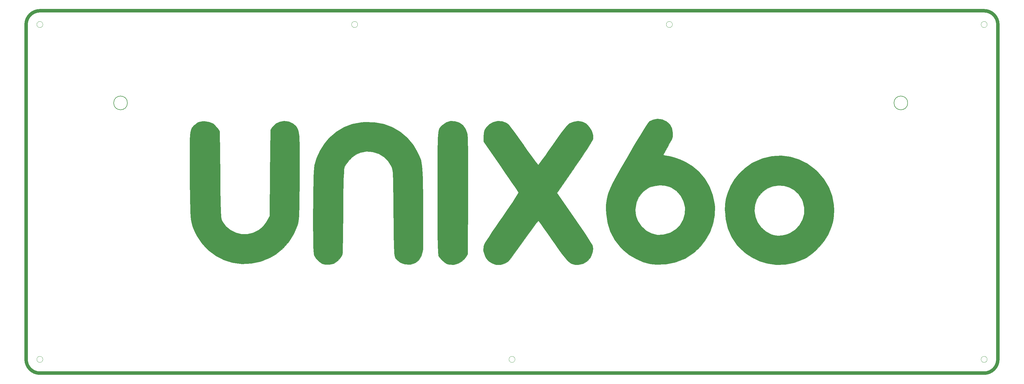
<source format=gtl>
G04 #@! TF.GenerationSoftware,KiCad,Pcbnew,5.1.10-88a1d61d58~90~ubuntu21.04.1*
G04 #@! TF.CreationDate,2021-09-17T14:10:14+02:00*
G04 #@! TF.ProjectId,unix60case,756e6978-3630-4636-9173-652e6b696361,rev?*
G04 #@! TF.SameCoordinates,Original*
G04 #@! TF.FileFunction,Copper,L1,Top*
G04 #@! TF.FilePolarity,Positive*
%FSLAX46Y46*%
G04 Gerber Fmt 4.6, Leading zero omitted, Abs format (unit mm)*
G04 Created by KiCad (PCBNEW 5.1.10-88a1d61d58~90~ubuntu21.04.1) date 2021-09-17 14:10:14*
%MOMM*%
%LPD*%
G01*
G04 APERTURE LIST*
G04 #@! TA.AperFunction,NonConductor*
%ADD10C,1.000000*%
G04 #@! TD*
G04 #@! TA.AperFunction,Profile*
%ADD11C,0.150000*%
G04 #@! TD*
G04 #@! TA.AperFunction,Profile*
%ADD12C,0.200000*%
G04 #@! TD*
G04 #@! TA.AperFunction,Profile*
%ADD13C,0.050000*%
G04 #@! TD*
G04 #@! TA.AperFunction,EtchedComponent*
%ADD14C,0.010000*%
G04 #@! TD*
G04 APERTURE END LIST*
D10*
X364466250Y-170307000D02*
G75*
G02*
X360203750Y-174569500I-4262500J0D01*
G01*
X360203750Y-174569500D02*
X64928750Y-174569500D01*
X364466250Y-65532000D02*
X364466250Y-170307000D01*
X60666250Y-170307000D02*
X60666250Y-65532000D01*
X64928750Y-61269500D02*
X360203750Y-61269500D01*
X60666250Y-65532000D02*
G75*
G02*
X64928750Y-61269500I4262500J0D01*
G01*
X64928750Y-174569500D02*
G75*
G02*
X60666250Y-170307000I0J4262500D01*
G01*
X360203750Y-61269500D02*
G75*
G02*
X364466250Y-65532000I0J-4262500D01*
G01*
D11*
X64928750Y-60769500D02*
X360203750Y-60769500D01*
D12*
X336314500Y-90066500D02*
G75*
G03*
X336314500Y-90066500I-2150000J0D01*
G01*
X92314500Y-90066500D02*
G75*
G03*
X92314500Y-90066500I-2150000J0D01*
G01*
D11*
X60166250Y-170307000D02*
X60166250Y-65532000D01*
X360203750Y-175069500D02*
X64928750Y-175069500D01*
D13*
X213518850Y-170307000D02*
G75*
G03*
X213518850Y-170307000I-950000J0D01*
G01*
X65878750Y-65532000D02*
G75*
G03*
X65878750Y-65532000I-950000J0D01*
G01*
X65878750Y-170307000D02*
G75*
G03*
X65878750Y-170307000I-950000J0D01*
G01*
D11*
X364966250Y-170307000D02*
G75*
G02*
X360203750Y-175069500I-4762500J0D01*
G01*
X64928750Y-175069500D02*
G75*
G02*
X60166250Y-170307000I0J4762500D01*
G01*
X60166250Y-65532000D02*
G75*
G02*
X64928750Y-60769500I4762500J0D01*
G01*
D13*
X361153750Y-170307000D02*
G75*
G03*
X361153750Y-170307000I-950000J0D01*
G01*
X361153750Y-65532000D02*
G75*
G03*
X361153750Y-65532000I-950000J0D01*
G01*
X164307150Y-65532000D02*
G75*
G03*
X164307150Y-65532000I-950000J0D01*
G01*
D11*
X360203750Y-60769500D02*
G75*
G02*
X364966250Y-65532000I0J-4762500D01*
G01*
X364966250Y-65532000D02*
X364966250Y-170307000D01*
D13*
X262730450Y-65532000D02*
G75*
G03*
X262730450Y-65532000I-950000J0D01*
G01*
D14*
G36*
X169559201Y-96108240D02*
G01*
X172436620Y-96666000D01*
X175134143Y-97679465D01*
X177601681Y-99120141D01*
X179789147Y-100959534D01*
X181646453Y-103169152D01*
X182951428Y-105363788D01*
X183315687Y-106104305D01*
X183622111Y-106770653D01*
X183876143Y-107415439D01*
X184083231Y-108091275D01*
X184248818Y-108850768D01*
X184378352Y-109746528D01*
X184477277Y-110831165D01*
X184551039Y-112157288D01*
X184605084Y-113777505D01*
X184644857Y-115744427D01*
X184675804Y-118110662D01*
X184703371Y-120928820D01*
X184716646Y-122417416D01*
X184735677Y-124998528D01*
X184746510Y-127459327D01*
X184749399Y-129740651D01*
X184744598Y-131783338D01*
X184732361Y-133528228D01*
X184712942Y-134916157D01*
X184686594Y-135887964D01*
X184656806Y-136360835D01*
X184238698Y-137956820D01*
X183446361Y-139214813D01*
X182319106Y-140094742D01*
X180896241Y-140556533D01*
X180496493Y-140602136D01*
X179014424Y-140485793D01*
X177627753Y-139958987D01*
X176495615Y-139090842D01*
X176201531Y-138736496D01*
X176079158Y-138553410D01*
X175975982Y-138337676D01*
X175889834Y-138043938D01*
X175818545Y-137626840D01*
X175759945Y-137041025D01*
X175711866Y-136241137D01*
X175672139Y-135181821D01*
X175638594Y-133817720D01*
X175609063Y-132103478D01*
X175581375Y-129993738D01*
X175553363Y-127443146D01*
X175524583Y-124581287D01*
X175494497Y-121574214D01*
X175467059Y-119049083D01*
X175439894Y-116958693D01*
X175410628Y-115255842D01*
X175376884Y-113893331D01*
X175336290Y-112823958D01*
X175286469Y-112000522D01*
X175225048Y-111375823D01*
X175149651Y-110902659D01*
X175057904Y-110533829D01*
X174947432Y-110222132D01*
X174815861Y-109920368D01*
X174783426Y-109849708D01*
X173807789Y-108223887D01*
X172506133Y-106947283D01*
X170894374Y-105981295D01*
X168988631Y-105353430D01*
X166984233Y-105226715D01*
X164964778Y-105605511D01*
X164789945Y-105662914D01*
X163711962Y-106209546D01*
X162564669Y-107079869D01*
X161491647Y-108135095D01*
X160636474Y-109236435D01*
X160184864Y-110114291D01*
X160094372Y-110468802D01*
X160017163Y-111008035D01*
X159951848Y-111774246D01*
X159897041Y-112809692D01*
X159851353Y-114156629D01*
X159813397Y-115857314D01*
X159781786Y-117954002D01*
X159755132Y-120488950D01*
X159732048Y-123504414D01*
X159728781Y-124004916D01*
X159709660Y-126578957D01*
X159686564Y-129004762D01*
X159660365Y-131228299D01*
X159631936Y-133195540D01*
X159602149Y-134852453D01*
X159571878Y-136145008D01*
X159541994Y-137019175D01*
X159513371Y-137420924D01*
X159511982Y-137427668D01*
X159166775Y-138154156D01*
X158517398Y-138980025D01*
X157717945Y-139740055D01*
X156922507Y-140269029D01*
X156817944Y-140316202D01*
X155523275Y-140624069D01*
X154139519Y-140579696D01*
X153167291Y-140298657D01*
X152165395Y-139643650D01*
X151265609Y-138700477D01*
X150671722Y-137682890D01*
X150670582Y-137679879D01*
X150590610Y-137197363D01*
X150523271Y-136249416D01*
X150468305Y-134899616D01*
X150425454Y-133211541D01*
X150394460Y-131248771D01*
X150375064Y-129074882D01*
X150367008Y-126753454D01*
X150370033Y-124348065D01*
X150383881Y-121922293D01*
X150408293Y-119539716D01*
X150443011Y-117263914D01*
X150487776Y-115158464D01*
X150542330Y-113286945D01*
X150606413Y-111712935D01*
X150679769Y-110500012D01*
X150762138Y-109711755D01*
X150784808Y-109585124D01*
X151473100Y-107283330D01*
X152541428Y-104962483D01*
X153891791Y-102805109D01*
X155364872Y-101054879D01*
X157613413Y-99106730D01*
X160009869Y-97652311D01*
X162609906Y-96666641D01*
X165469195Y-96124738D01*
X166551972Y-96034677D01*
X169559201Y-96108240D01*
G37*
X169559201Y-96108240D02*
X172436620Y-96666000D01*
X175134143Y-97679465D01*
X177601681Y-99120141D01*
X179789147Y-100959534D01*
X181646453Y-103169152D01*
X182951428Y-105363788D01*
X183315687Y-106104305D01*
X183622111Y-106770653D01*
X183876143Y-107415439D01*
X184083231Y-108091275D01*
X184248818Y-108850768D01*
X184378352Y-109746528D01*
X184477277Y-110831165D01*
X184551039Y-112157288D01*
X184605084Y-113777505D01*
X184644857Y-115744427D01*
X184675804Y-118110662D01*
X184703371Y-120928820D01*
X184716646Y-122417416D01*
X184735677Y-124998528D01*
X184746510Y-127459327D01*
X184749399Y-129740651D01*
X184744598Y-131783338D01*
X184732361Y-133528228D01*
X184712942Y-134916157D01*
X184686594Y-135887964D01*
X184656806Y-136360835D01*
X184238698Y-137956820D01*
X183446361Y-139214813D01*
X182319106Y-140094742D01*
X180896241Y-140556533D01*
X180496493Y-140602136D01*
X179014424Y-140485793D01*
X177627753Y-139958987D01*
X176495615Y-139090842D01*
X176201531Y-138736496D01*
X176079158Y-138553410D01*
X175975982Y-138337676D01*
X175889834Y-138043938D01*
X175818545Y-137626840D01*
X175759945Y-137041025D01*
X175711866Y-136241137D01*
X175672139Y-135181821D01*
X175638594Y-133817720D01*
X175609063Y-132103478D01*
X175581375Y-129993738D01*
X175553363Y-127443146D01*
X175524583Y-124581287D01*
X175494497Y-121574214D01*
X175467059Y-119049083D01*
X175439894Y-116958693D01*
X175410628Y-115255842D01*
X175376884Y-113893331D01*
X175336290Y-112823958D01*
X175286469Y-112000522D01*
X175225048Y-111375823D01*
X175149651Y-110902659D01*
X175057904Y-110533829D01*
X174947432Y-110222132D01*
X174815861Y-109920368D01*
X174783426Y-109849708D01*
X173807789Y-108223887D01*
X172506133Y-106947283D01*
X170894374Y-105981295D01*
X168988631Y-105353430D01*
X166984233Y-105226715D01*
X164964778Y-105605511D01*
X164789945Y-105662914D01*
X163711962Y-106209546D01*
X162564669Y-107079869D01*
X161491647Y-108135095D01*
X160636474Y-109236435D01*
X160184864Y-110114291D01*
X160094372Y-110468802D01*
X160017163Y-111008035D01*
X159951848Y-111774246D01*
X159897041Y-112809692D01*
X159851353Y-114156629D01*
X159813397Y-115857314D01*
X159781786Y-117954002D01*
X159755132Y-120488950D01*
X159732048Y-123504414D01*
X159728781Y-124004916D01*
X159709660Y-126578957D01*
X159686564Y-129004762D01*
X159660365Y-131228299D01*
X159631936Y-133195540D01*
X159602149Y-134852453D01*
X159571878Y-136145008D01*
X159541994Y-137019175D01*
X159513371Y-137420924D01*
X159511982Y-137427668D01*
X159166775Y-138154156D01*
X158517398Y-138980025D01*
X157717945Y-139740055D01*
X156922507Y-140269029D01*
X156817944Y-140316202D01*
X155523275Y-140624069D01*
X154139519Y-140579696D01*
X153167291Y-140298657D01*
X152165395Y-139643650D01*
X151265609Y-138700477D01*
X150671722Y-137682890D01*
X150670582Y-137679879D01*
X150590610Y-137197363D01*
X150523271Y-136249416D01*
X150468305Y-134899616D01*
X150425454Y-133211541D01*
X150394460Y-131248771D01*
X150375064Y-129074882D01*
X150367008Y-126753454D01*
X150370033Y-124348065D01*
X150383881Y-121922293D01*
X150408293Y-119539716D01*
X150443011Y-117263914D01*
X150487776Y-115158464D01*
X150542330Y-113286945D01*
X150606413Y-111712935D01*
X150679769Y-110500012D01*
X150762138Y-109711755D01*
X150784808Y-109585124D01*
X151473100Y-107283330D01*
X152541428Y-104962483D01*
X153891791Y-102805109D01*
X155364872Y-101054879D01*
X157613413Y-99106730D01*
X160009869Y-97652311D01*
X162609906Y-96666641D01*
X165469195Y-96124738D01*
X166551972Y-96034677D01*
X169559201Y-96108240D01*
G36*
X194733880Y-95766809D02*
G01*
X196030916Y-96200912D01*
X197163772Y-97001872D01*
X198040153Y-98139440D01*
X198553493Y-99515397D01*
X198618029Y-100054930D01*
X198671576Y-101034680D01*
X198714257Y-102466435D01*
X198746197Y-104361986D01*
X198767520Y-106733122D01*
X198778349Y-109591630D01*
X198778809Y-112949301D01*
X198769024Y-116817924D01*
X198759585Y-119110125D01*
X198675625Y-137366375D01*
X198057286Y-138360903D01*
X197086706Y-139464660D01*
X195824371Y-140235778D01*
X194403999Y-140628279D01*
X192959308Y-140596186D01*
X192193333Y-140377140D01*
X191320696Y-139851233D01*
X190435570Y-139037674D01*
X189743419Y-138131007D01*
X189656170Y-137974826D01*
X189583226Y-137763132D01*
X189520076Y-137403690D01*
X189466065Y-136861704D01*
X189420537Y-136102376D01*
X189382834Y-135090908D01*
X189352301Y-133792502D01*
X189328282Y-132172361D01*
X189310120Y-130195688D01*
X189297159Y-127827684D01*
X189288742Y-125033553D01*
X189284214Y-121778496D01*
X189282916Y-118184083D01*
X189282490Y-114480209D01*
X189282978Y-111267940D01*
X189287032Y-108509718D01*
X189297303Y-106167983D01*
X189316444Y-104205177D01*
X189347105Y-102583741D01*
X189391938Y-101266116D01*
X189453594Y-100214744D01*
X189534724Y-99392065D01*
X189637981Y-98760521D01*
X189766015Y-98282554D01*
X189921479Y-97920604D01*
X190107023Y-97637112D01*
X190325299Y-97394521D01*
X190578958Y-97155270D01*
X190780649Y-96968103D01*
X192016451Y-96120157D01*
X193364959Y-95729808D01*
X194733880Y-95766809D01*
G37*
X194733880Y-95766809D02*
X196030916Y-96200912D01*
X197163772Y-97001872D01*
X198040153Y-98139440D01*
X198553493Y-99515397D01*
X198618029Y-100054930D01*
X198671576Y-101034680D01*
X198714257Y-102466435D01*
X198746197Y-104361986D01*
X198767520Y-106733122D01*
X198778349Y-109591630D01*
X198778809Y-112949301D01*
X198769024Y-116817924D01*
X198759585Y-119110125D01*
X198675625Y-137366375D01*
X198057286Y-138360903D01*
X197086706Y-139464660D01*
X195824371Y-140235778D01*
X194403999Y-140628279D01*
X192959308Y-140596186D01*
X192193333Y-140377140D01*
X191320696Y-139851233D01*
X190435570Y-139037674D01*
X189743419Y-138131007D01*
X189656170Y-137974826D01*
X189583226Y-137763132D01*
X189520076Y-137403690D01*
X189466065Y-136861704D01*
X189420537Y-136102376D01*
X189382834Y-135090908D01*
X189352301Y-133792502D01*
X189328282Y-132172361D01*
X189310120Y-130195688D01*
X189297159Y-127827684D01*
X189288742Y-125033553D01*
X189284214Y-121778496D01*
X189282916Y-118184083D01*
X189282490Y-114480209D01*
X189282978Y-111267940D01*
X189287032Y-108509718D01*
X189297303Y-106167983D01*
X189316444Y-104205177D01*
X189347105Y-102583741D01*
X189391938Y-101266116D01*
X189453594Y-100214744D01*
X189534724Y-99392065D01*
X189637981Y-98760521D01*
X189766015Y-98282554D01*
X189921479Y-97920604D01*
X190107023Y-97637112D01*
X190325299Y-97394521D01*
X190578958Y-97155270D01*
X190780649Y-96968103D01*
X192016451Y-96120157D01*
X193364959Y-95729808D01*
X194733880Y-95766809D01*
G36*
X209474434Y-95809067D02*
G01*
X210777243Y-96318717D01*
X211467544Y-96836603D01*
X211780232Y-97201020D01*
X212348833Y-97937446D01*
X213127331Y-98983314D01*
X214069709Y-100276058D01*
X215129951Y-101753110D01*
X216262040Y-103351904D01*
X216319455Y-103433562D01*
X217427619Y-104999979D01*
X218442136Y-106414590D01*
X219322267Y-107622144D01*
X220027274Y-108567387D01*
X220516419Y-109195064D01*
X220748963Y-109449923D01*
X220757470Y-109452833D01*
X220955426Y-109243622D01*
X221412532Y-108652511D01*
X222089063Y-107734282D01*
X222945293Y-106543717D01*
X223941497Y-105135596D01*
X225037949Y-103564703D01*
X225265662Y-103235974D01*
X226798861Y-101045917D01*
X228065972Y-99293666D01*
X229077320Y-97965794D01*
X229843230Y-97048874D01*
X230374028Y-96529478D01*
X230480778Y-96454163D01*
X231764184Y-95923298D01*
X233207110Y-95737998D01*
X234565261Y-95928505D01*
X234610130Y-95942968D01*
X235738377Y-96563831D01*
X236712687Y-97555606D01*
X237447702Y-98777174D01*
X237858059Y-100087416D01*
X237863085Y-101320830D01*
X237655646Y-101812591D01*
X237149117Y-102707499D01*
X236358174Y-103982591D01*
X235297491Y-105614904D01*
X233981741Y-107581474D01*
X232425599Y-109859339D01*
X232168291Y-110232327D01*
X226645129Y-118228949D01*
X232002356Y-125945578D01*
X233263725Y-127777342D01*
X234438097Y-129511190D01*
X235488143Y-131089836D01*
X236376530Y-132455992D01*
X237065929Y-133552373D01*
X237519010Y-134321692D01*
X237689613Y-134673114D01*
X237879777Y-135562842D01*
X237809477Y-136474597D01*
X237713718Y-136898958D01*
X237096003Y-138406100D01*
X236121584Y-139569269D01*
X234852885Y-140337784D01*
X233352332Y-140660963D01*
X233071458Y-140667958D01*
X232351779Y-140642216D01*
X231717873Y-140539471D01*
X231124319Y-140316165D01*
X230525698Y-139928735D01*
X229876590Y-139333620D01*
X229131576Y-138487260D01*
X228245237Y-137346095D01*
X227172152Y-135866563D01*
X225866902Y-134005103D01*
X225355336Y-133267610D01*
X224240497Y-131666851D01*
X223216340Y-130213398D01*
X222323053Y-128962931D01*
X221600827Y-127971127D01*
X221089852Y-127293665D01*
X220830316Y-126986223D01*
X220812640Y-126974199D01*
X220604352Y-127161167D01*
X220135705Y-127728823D01*
X219447620Y-128622832D01*
X218581017Y-129788854D01*
X217576815Y-131172553D01*
X216475937Y-132719590D01*
X216331884Y-132924141D01*
X215195731Y-134528541D01*
X214129161Y-136014347D01*
X213178159Y-137319080D01*
X212388712Y-138380266D01*
X211806804Y-139135427D01*
X211478422Y-139522088D01*
X211468479Y-139531562D01*
X210340835Y-140253570D01*
X208987097Y-140630896D01*
X207589987Y-140637655D01*
X206349131Y-140256841D01*
X205255953Y-139553947D01*
X204499614Y-138695596D01*
X204068026Y-137895541D01*
X203626545Y-136392113D01*
X203708935Y-134927563D01*
X203948494Y-134195552D01*
X204187163Y-133766946D01*
X204692133Y-132963344D01*
X205424998Y-131842379D01*
X206347348Y-130461687D01*
X207420774Y-128878900D01*
X208606869Y-127151652D01*
X209519894Y-125835385D01*
X210738357Y-124072304D01*
X211848159Y-122439600D01*
X212815327Y-120989355D01*
X213605884Y-119773655D01*
X214185856Y-118844583D01*
X214521269Y-118254225D01*
X214590906Y-118061355D01*
X214416640Y-117776606D01*
X213975398Y-117108527D01*
X213302046Y-116108425D01*
X212431447Y-114827608D01*
X211398466Y-113317383D01*
X210237967Y-111629057D01*
X209085652Y-109959707D01*
X203702708Y-102176791D01*
X203702708Y-100569969D01*
X203756430Y-99506270D01*
X203964488Y-98707061D01*
X204397218Y-97914373D01*
X204447811Y-97837219D01*
X205447591Y-96752837D01*
X206695016Y-96042462D01*
X208075494Y-95722427D01*
X209474434Y-95809067D01*
G37*
X209474434Y-95809067D02*
X210777243Y-96318717D01*
X211467544Y-96836603D01*
X211780232Y-97201020D01*
X212348833Y-97937446D01*
X213127331Y-98983314D01*
X214069709Y-100276058D01*
X215129951Y-101753110D01*
X216262040Y-103351904D01*
X216319455Y-103433562D01*
X217427619Y-104999979D01*
X218442136Y-106414590D01*
X219322267Y-107622144D01*
X220027274Y-108567387D01*
X220516419Y-109195064D01*
X220748963Y-109449923D01*
X220757470Y-109452833D01*
X220955426Y-109243622D01*
X221412532Y-108652511D01*
X222089063Y-107734282D01*
X222945293Y-106543717D01*
X223941497Y-105135596D01*
X225037949Y-103564703D01*
X225265662Y-103235974D01*
X226798861Y-101045917D01*
X228065972Y-99293666D01*
X229077320Y-97965794D01*
X229843230Y-97048874D01*
X230374028Y-96529478D01*
X230480778Y-96454163D01*
X231764184Y-95923298D01*
X233207110Y-95737998D01*
X234565261Y-95928505D01*
X234610130Y-95942968D01*
X235738377Y-96563831D01*
X236712687Y-97555606D01*
X237447702Y-98777174D01*
X237858059Y-100087416D01*
X237863085Y-101320830D01*
X237655646Y-101812591D01*
X237149117Y-102707499D01*
X236358174Y-103982591D01*
X235297491Y-105614904D01*
X233981741Y-107581474D01*
X232425599Y-109859339D01*
X232168291Y-110232327D01*
X226645129Y-118228949D01*
X232002356Y-125945578D01*
X233263725Y-127777342D01*
X234438097Y-129511190D01*
X235488143Y-131089836D01*
X236376530Y-132455992D01*
X237065929Y-133552373D01*
X237519010Y-134321692D01*
X237689613Y-134673114D01*
X237879777Y-135562842D01*
X237809477Y-136474597D01*
X237713718Y-136898958D01*
X237096003Y-138406100D01*
X236121584Y-139569269D01*
X234852885Y-140337784D01*
X233352332Y-140660963D01*
X233071458Y-140667958D01*
X232351779Y-140642216D01*
X231717873Y-140539471D01*
X231124319Y-140316165D01*
X230525698Y-139928735D01*
X229876590Y-139333620D01*
X229131576Y-138487260D01*
X228245237Y-137346095D01*
X227172152Y-135866563D01*
X225866902Y-134005103D01*
X225355336Y-133267610D01*
X224240497Y-131666851D01*
X223216340Y-130213398D01*
X222323053Y-128962931D01*
X221600827Y-127971127D01*
X221089852Y-127293665D01*
X220830316Y-126986223D01*
X220812640Y-126974199D01*
X220604352Y-127161167D01*
X220135705Y-127728823D01*
X219447620Y-128622832D01*
X218581017Y-129788854D01*
X217576815Y-131172553D01*
X216475937Y-132719590D01*
X216331884Y-132924141D01*
X215195731Y-134528541D01*
X214129161Y-136014347D01*
X213178159Y-137319080D01*
X212388712Y-138380266D01*
X211806804Y-139135427D01*
X211478422Y-139522088D01*
X211468479Y-139531562D01*
X210340835Y-140253570D01*
X208987097Y-140630896D01*
X207589987Y-140637655D01*
X206349131Y-140256841D01*
X205255953Y-139553947D01*
X204499614Y-138695596D01*
X204068026Y-137895541D01*
X203626545Y-136392113D01*
X203708935Y-134927563D01*
X203948494Y-134195552D01*
X204187163Y-133766946D01*
X204692133Y-132963344D01*
X205424998Y-131842379D01*
X206347348Y-130461687D01*
X207420774Y-128878900D01*
X208606869Y-127151652D01*
X209519894Y-125835385D01*
X210738357Y-124072304D01*
X211848159Y-122439600D01*
X212815327Y-120989355D01*
X213605884Y-119773655D01*
X214185856Y-118844583D01*
X214521269Y-118254225D01*
X214590906Y-118061355D01*
X214416640Y-117776606D01*
X213975398Y-117108527D01*
X213302046Y-116108425D01*
X212431447Y-114827608D01*
X211398466Y-113317383D01*
X210237967Y-111629057D01*
X209085652Y-109959707D01*
X203702708Y-102176791D01*
X203702708Y-100569969D01*
X203756430Y-99506270D01*
X203964488Y-98707061D01*
X204397218Y-97914373D01*
X204447811Y-97837219D01*
X205447591Y-96752837D01*
X206695016Y-96042462D01*
X208075494Y-95722427D01*
X209474434Y-95809067D01*
G36*
X259495680Y-95227142D02*
G01*
X260752179Y-95755947D01*
X260948174Y-95891722D01*
X261949472Y-96841796D01*
X262529517Y-97945163D01*
X262769067Y-99328965D01*
X262795966Y-100022620D01*
X262745557Y-100600853D01*
X262575215Y-101192873D01*
X262242316Y-101927886D01*
X261704236Y-102935100D01*
X261397145Y-103487683D01*
X260812227Y-104552811D01*
X260337613Y-105450327D01*
X260025497Y-106079273D01*
X259926666Y-106331954D01*
X260155270Y-106485761D01*
X260654270Y-106545556D01*
X261873774Y-106698472D01*
X263383269Y-107112946D01*
X265047285Y-107735896D01*
X266730349Y-108514243D01*
X268296989Y-109394903D01*
X268850945Y-109757222D01*
X271015813Y-111557152D01*
X272843490Y-113725107D01*
X274295142Y-116192075D01*
X275331935Y-118889045D01*
X275915035Y-121747004D01*
X275981605Y-122429038D01*
X275936547Y-125168302D01*
X275407125Y-127884694D01*
X274435724Y-130504824D01*
X273064729Y-132955298D01*
X271336527Y-135162727D01*
X269293502Y-137053718D01*
X266978040Y-138554879D01*
X266541250Y-138775292D01*
X263629303Y-139907767D01*
X260664691Y-140513777D01*
X257645942Y-140593537D01*
X255730797Y-140376201D01*
X253575207Y-139807589D01*
X251352802Y-138848040D01*
X249222241Y-137585345D01*
X247342184Y-136107292D01*
X246506779Y-135272360D01*
X244658749Y-132897830D01*
X243307440Y-130370506D01*
X242433506Y-127643373D01*
X242017599Y-124669413D01*
X241998594Y-124316759D01*
X241992781Y-123497766D01*
X251101975Y-123497766D01*
X251139317Y-124592378D01*
X251316102Y-125497862D01*
X251694438Y-126472300D01*
X251943645Y-126995259D01*
X253044622Y-128680620D01*
X254456923Y-129979572D01*
X256106169Y-130865952D01*
X257917979Y-131313596D01*
X259817973Y-131296340D01*
X261731771Y-130788021D01*
X262175625Y-130594408D01*
X263800529Y-129561205D01*
X265118406Y-128181938D01*
X266075216Y-126550830D01*
X266616922Y-124762104D01*
X266689485Y-122909981D01*
X266672414Y-122753693D01*
X266182305Y-120742422D01*
X265254873Y-118984043D01*
X263933200Y-117534732D01*
X262260370Y-116450668D01*
X261630823Y-116179674D01*
X260269662Y-115863922D01*
X258681408Y-115806717D01*
X257072245Y-115992478D01*
X255648361Y-116405622D01*
X255103406Y-116672966D01*
X253445334Y-117928217D01*
X252207916Y-119483380D01*
X251418861Y-121291191D01*
X251105880Y-123304389D01*
X251101975Y-123497766D01*
X241992781Y-123497766D01*
X241982726Y-122081480D01*
X242182626Y-120160106D01*
X242632634Y-118369452D01*
X243367092Y-116526328D01*
X243520269Y-116199708D01*
X243999167Y-115249667D01*
X244672072Y-113989901D01*
X245504726Y-112478710D01*
X246462868Y-110774396D01*
X247512240Y-108935259D01*
X248618581Y-107019601D01*
X249747632Y-105085723D01*
X250865134Y-103191926D01*
X251936825Y-101396510D01*
X252928448Y-99757778D01*
X253805742Y-98334029D01*
X254534448Y-97183566D01*
X255080306Y-96364689D01*
X255409056Y-95935699D01*
X255449801Y-95898720D01*
X256668284Y-95298753D01*
X258075646Y-95074819D01*
X259495680Y-95227142D01*
G37*
X259495680Y-95227142D02*
X260752179Y-95755947D01*
X260948174Y-95891722D01*
X261949472Y-96841796D01*
X262529517Y-97945163D01*
X262769067Y-99328965D01*
X262795966Y-100022620D01*
X262745557Y-100600853D01*
X262575215Y-101192873D01*
X262242316Y-101927886D01*
X261704236Y-102935100D01*
X261397145Y-103487683D01*
X260812227Y-104552811D01*
X260337613Y-105450327D01*
X260025497Y-106079273D01*
X259926666Y-106331954D01*
X260155270Y-106485761D01*
X260654270Y-106545556D01*
X261873774Y-106698472D01*
X263383269Y-107112946D01*
X265047285Y-107735896D01*
X266730349Y-108514243D01*
X268296989Y-109394903D01*
X268850945Y-109757222D01*
X271015813Y-111557152D01*
X272843490Y-113725107D01*
X274295142Y-116192075D01*
X275331935Y-118889045D01*
X275915035Y-121747004D01*
X275981605Y-122429038D01*
X275936547Y-125168302D01*
X275407125Y-127884694D01*
X274435724Y-130504824D01*
X273064729Y-132955298D01*
X271336527Y-135162727D01*
X269293502Y-137053718D01*
X266978040Y-138554879D01*
X266541250Y-138775292D01*
X263629303Y-139907767D01*
X260664691Y-140513777D01*
X257645942Y-140593537D01*
X255730797Y-140376201D01*
X253575207Y-139807589D01*
X251352802Y-138848040D01*
X249222241Y-137585345D01*
X247342184Y-136107292D01*
X246506779Y-135272360D01*
X244658749Y-132897830D01*
X243307440Y-130370506D01*
X242433506Y-127643373D01*
X242017599Y-124669413D01*
X241998594Y-124316759D01*
X241992781Y-123497766D01*
X251101975Y-123497766D01*
X251139317Y-124592378D01*
X251316102Y-125497862D01*
X251694438Y-126472300D01*
X251943645Y-126995259D01*
X253044622Y-128680620D01*
X254456923Y-129979572D01*
X256106169Y-130865952D01*
X257917979Y-131313596D01*
X259817973Y-131296340D01*
X261731771Y-130788021D01*
X262175625Y-130594408D01*
X263800529Y-129561205D01*
X265118406Y-128181938D01*
X266075216Y-126550830D01*
X266616922Y-124762104D01*
X266689485Y-122909981D01*
X266672414Y-122753693D01*
X266182305Y-120742422D01*
X265254873Y-118984043D01*
X263933200Y-117534732D01*
X262260370Y-116450668D01*
X261630823Y-116179674D01*
X260269662Y-115863922D01*
X258681408Y-115806717D01*
X257072245Y-115992478D01*
X255648361Y-116405622D01*
X255103406Y-116672966D01*
X253445334Y-117928217D01*
X252207916Y-119483380D01*
X251418861Y-121291191D01*
X251105880Y-123304389D01*
X251101975Y-123497766D01*
X241992781Y-123497766D01*
X241982726Y-122081480D01*
X242182626Y-120160106D01*
X242632634Y-118369452D01*
X243367092Y-116526328D01*
X243520269Y-116199708D01*
X243999167Y-115249667D01*
X244672072Y-113989901D01*
X245504726Y-112478710D01*
X246462868Y-110774396D01*
X247512240Y-108935259D01*
X248618581Y-107019601D01*
X249747632Y-105085723D01*
X250865134Y-103191926D01*
X251936825Y-101396510D01*
X252928448Y-99757778D01*
X253805742Y-98334029D01*
X254534448Y-97183566D01*
X255080306Y-96364689D01*
X255409056Y-95935699D01*
X255449801Y-95898720D01*
X256668284Y-95298753D01*
X258075646Y-95074819D01*
X259495680Y-95227142D01*
G36*
X299519500Y-106888107D02*
G01*
X302247619Y-107704974D01*
X304834866Y-109002665D01*
X307233275Y-110773969D01*
X308084933Y-111569499D01*
X310089496Y-113902955D01*
X311602844Y-116423838D01*
X312620243Y-119121146D01*
X313136962Y-121983876D01*
X313206095Y-123475749D01*
X313138893Y-125490000D01*
X312888266Y-127228504D01*
X312405398Y-128903451D01*
X311641470Y-130727030D01*
X311440796Y-131148666D01*
X310207980Y-133217988D01*
X308597006Y-135197311D01*
X306731775Y-136961362D01*
X304736186Y-138384867D01*
X303760295Y-138914319D01*
X301004273Y-139963201D01*
X298090958Y-140545676D01*
X295127445Y-140648914D01*
X292328037Y-140283809D01*
X290046648Y-139578142D01*
X287772433Y-138493825D01*
X285649651Y-137118992D01*
X283822560Y-135541779D01*
X282937362Y-134546518D01*
X281243684Y-132002433D01*
X280050652Y-129287210D01*
X279356703Y-126396379D01*
X279171937Y-123929714D01*
X288359028Y-123929714D01*
X288664202Y-125756099D01*
X289376152Y-127469215D01*
X290458395Y-128992533D01*
X291874448Y-130249520D01*
X293587830Y-131163645D01*
X294454791Y-131445042D01*
X295667795Y-131585360D01*
X297103703Y-131485724D01*
X298530502Y-131176487D01*
X299549016Y-130778603D01*
X301217117Y-129652474D01*
X302519159Y-128212409D01*
X303427167Y-126538661D01*
X303913164Y-124711485D01*
X303949175Y-122811135D01*
X303507223Y-120917864D01*
X303221258Y-120244153D01*
X302165311Y-118589520D01*
X300822125Y-117320362D01*
X299266990Y-116436684D01*
X297575200Y-115938492D01*
X295822046Y-115825789D01*
X294082821Y-116098581D01*
X292432816Y-116756873D01*
X290947324Y-117800668D01*
X289701636Y-119229972D01*
X289114934Y-120243268D01*
X288497111Y-122066593D01*
X288359028Y-123929714D01*
X279171937Y-123929714D01*
X279157751Y-123740333D01*
X279222904Y-121727131D01*
X279469619Y-119987792D01*
X279946078Y-118309210D01*
X280700462Y-116478280D01*
X280892559Y-116067416D01*
X282091648Y-114039794D01*
X283684997Y-112082937D01*
X285541626Y-110331957D01*
X287530554Y-108921969D01*
X288157580Y-108573124D01*
X290969548Y-107394572D01*
X293832500Y-106725694D01*
X296698472Y-106559276D01*
X299519500Y-106888107D01*
G37*
X299519500Y-106888107D02*
X302247619Y-107704974D01*
X304834866Y-109002665D01*
X307233275Y-110773969D01*
X308084933Y-111569499D01*
X310089496Y-113902955D01*
X311602844Y-116423838D01*
X312620243Y-119121146D01*
X313136962Y-121983876D01*
X313206095Y-123475749D01*
X313138893Y-125490000D01*
X312888266Y-127228504D01*
X312405398Y-128903451D01*
X311641470Y-130727030D01*
X311440796Y-131148666D01*
X310207980Y-133217988D01*
X308597006Y-135197311D01*
X306731775Y-136961362D01*
X304736186Y-138384867D01*
X303760295Y-138914319D01*
X301004273Y-139963201D01*
X298090958Y-140545676D01*
X295127445Y-140648914D01*
X292328037Y-140283809D01*
X290046648Y-139578142D01*
X287772433Y-138493825D01*
X285649651Y-137118992D01*
X283822560Y-135541779D01*
X282937362Y-134546518D01*
X281243684Y-132002433D01*
X280050652Y-129287210D01*
X279356703Y-126396379D01*
X279171937Y-123929714D01*
X288359028Y-123929714D01*
X288664202Y-125756099D01*
X289376152Y-127469215D01*
X290458395Y-128992533D01*
X291874448Y-130249520D01*
X293587830Y-131163645D01*
X294454791Y-131445042D01*
X295667795Y-131585360D01*
X297103703Y-131485724D01*
X298530502Y-131176487D01*
X299549016Y-130778603D01*
X301217117Y-129652474D01*
X302519159Y-128212409D01*
X303427167Y-126538661D01*
X303913164Y-124711485D01*
X303949175Y-122811135D01*
X303507223Y-120917864D01*
X303221258Y-120244153D01*
X302165311Y-118589520D01*
X300822125Y-117320362D01*
X299266990Y-116436684D01*
X297575200Y-115938492D01*
X295822046Y-115825789D01*
X294082821Y-116098581D01*
X292432816Y-116756873D01*
X290947324Y-117800668D01*
X289701636Y-119229972D01*
X289114934Y-120243268D01*
X288497111Y-122066593D01*
X288359028Y-123929714D01*
X279171937Y-123929714D01*
X279157751Y-123740333D01*
X279222904Y-121727131D01*
X279469619Y-119987792D01*
X279946078Y-118309210D01*
X280700462Y-116478280D01*
X280892559Y-116067416D01*
X282091648Y-114039794D01*
X283684997Y-112082937D01*
X285541626Y-110331957D01*
X287530554Y-108921969D01*
X288157580Y-108573124D01*
X290969548Y-107394572D01*
X293832500Y-106725694D01*
X296698472Y-106559276D01*
X299519500Y-106888107D01*
G36*
X142709196Y-95890549D02*
G01*
X143986537Y-96451269D01*
X144904457Y-97258053D01*
X145183527Y-97606928D01*
X145418947Y-97966019D01*
X145614039Y-98380756D01*
X145772123Y-98896568D01*
X145896521Y-99558886D01*
X145990556Y-100413139D01*
X146057548Y-101504755D01*
X146100818Y-102879166D01*
X146123689Y-104581799D01*
X146129481Y-106658086D01*
X146121517Y-109153455D01*
X146103117Y-112113335D01*
X146093013Y-113514529D01*
X146069174Y-116549962D01*
X146044874Y-119103971D01*
X146018260Y-121224297D01*
X145987475Y-122958679D01*
X145950667Y-124354859D01*
X145905978Y-125460578D01*
X145851555Y-126323575D01*
X145785542Y-126991592D01*
X145706085Y-127512368D01*
X145611329Y-127933646D01*
X145520939Y-128238249D01*
X144368100Y-130991756D01*
X142810067Y-133485831D01*
X140897073Y-135660810D01*
X138679348Y-137457027D01*
X136878387Y-138503942D01*
X134024414Y-139628730D01*
X131054644Y-140260124D01*
X128039760Y-140389147D01*
X125050443Y-140006821D01*
X125048655Y-140006433D01*
X122422427Y-139173046D01*
X119943614Y-137873874D01*
X117683677Y-136166818D01*
X115714078Y-134109780D01*
X114106275Y-131760661D01*
X113551180Y-130690497D01*
X113202165Y-129947881D01*
X112907134Y-129286408D01*
X112661234Y-128655338D01*
X112459609Y-128003931D01*
X112297407Y-127281447D01*
X112169771Y-126437146D01*
X112071849Y-125420286D01*
X111998786Y-124180129D01*
X111945727Y-122665933D01*
X111907820Y-120826958D01*
X111880208Y-118612464D01*
X111858039Y-115971711D01*
X111836458Y-112853958D01*
X111835820Y-112760125D01*
X111814045Y-109623131D01*
X111798350Y-106970043D01*
X111793976Y-104755601D01*
X111806165Y-102934543D01*
X111840159Y-101461611D01*
X111901199Y-100291542D01*
X111994528Y-99379077D01*
X112125386Y-98678956D01*
X112299015Y-98145919D01*
X112520657Y-97734704D01*
X112795554Y-97400051D01*
X113128948Y-97096701D01*
X113526079Y-96779393D01*
X113702788Y-96639354D01*
X114358358Y-96172721D01*
X114971881Y-95927616D01*
X115765952Y-95836174D01*
X116368007Y-95826791D01*
X117904191Y-96007102D01*
X119150280Y-96585362D01*
X120211574Y-97617568D01*
X120515109Y-98032045D01*
X121152708Y-98962101D01*
X121285000Y-112475696D01*
X121315052Y-115496388D01*
X121342550Y-118034208D01*
X121369766Y-120135430D01*
X121398968Y-121846327D01*
X121432426Y-123213172D01*
X121472412Y-124282239D01*
X121521195Y-125099800D01*
X121581044Y-125712129D01*
X121654231Y-126165500D01*
X121743026Y-126506184D01*
X121849697Y-126780456D01*
X121976516Y-127034589D01*
X122001542Y-127081548D01*
X123115751Y-128642134D01*
X124542551Y-129839973D01*
X126195267Y-130659597D01*
X127987225Y-131085539D01*
X129831748Y-131102332D01*
X131642163Y-130694509D01*
X133331794Y-129846603D01*
X134115138Y-129243203D01*
X134943075Y-128382447D01*
X135715618Y-127365347D01*
X136048044Y-126815677D01*
X136763125Y-125460124D01*
X136895416Y-111966375D01*
X137027708Y-98472624D01*
X137662991Y-97581897D01*
X138675744Y-96579629D01*
X139934137Y-95960080D01*
X141318509Y-95728603D01*
X142709196Y-95890549D01*
G37*
X142709196Y-95890549D02*
X143986537Y-96451269D01*
X144904457Y-97258053D01*
X145183527Y-97606928D01*
X145418947Y-97966019D01*
X145614039Y-98380756D01*
X145772123Y-98896568D01*
X145896521Y-99558886D01*
X145990556Y-100413139D01*
X146057548Y-101504755D01*
X146100818Y-102879166D01*
X146123689Y-104581799D01*
X146129481Y-106658086D01*
X146121517Y-109153455D01*
X146103117Y-112113335D01*
X146093013Y-113514529D01*
X146069174Y-116549962D01*
X146044874Y-119103971D01*
X146018260Y-121224297D01*
X145987475Y-122958679D01*
X145950667Y-124354859D01*
X145905978Y-125460578D01*
X145851555Y-126323575D01*
X145785542Y-126991592D01*
X145706085Y-127512368D01*
X145611329Y-127933646D01*
X145520939Y-128238249D01*
X144368100Y-130991756D01*
X142810067Y-133485831D01*
X140897073Y-135660810D01*
X138679348Y-137457027D01*
X136878387Y-138503942D01*
X134024414Y-139628730D01*
X131054644Y-140260124D01*
X128039760Y-140389147D01*
X125050443Y-140006821D01*
X125048655Y-140006433D01*
X122422427Y-139173046D01*
X119943614Y-137873874D01*
X117683677Y-136166818D01*
X115714078Y-134109780D01*
X114106275Y-131760661D01*
X113551180Y-130690497D01*
X113202165Y-129947881D01*
X112907134Y-129286408D01*
X112661234Y-128655338D01*
X112459609Y-128003931D01*
X112297407Y-127281447D01*
X112169771Y-126437146D01*
X112071849Y-125420286D01*
X111998786Y-124180129D01*
X111945727Y-122665933D01*
X111907820Y-120826958D01*
X111880208Y-118612464D01*
X111858039Y-115971711D01*
X111836458Y-112853958D01*
X111835820Y-112760125D01*
X111814045Y-109623131D01*
X111798350Y-106970043D01*
X111793976Y-104755601D01*
X111806165Y-102934543D01*
X111840159Y-101461611D01*
X111901199Y-100291542D01*
X111994528Y-99379077D01*
X112125386Y-98678956D01*
X112299015Y-98145919D01*
X112520657Y-97734704D01*
X112795554Y-97400051D01*
X113128948Y-97096701D01*
X113526079Y-96779393D01*
X113702788Y-96639354D01*
X114358358Y-96172721D01*
X114971881Y-95927616D01*
X115765952Y-95836174D01*
X116368007Y-95826791D01*
X117904191Y-96007102D01*
X119150280Y-96585362D01*
X120211574Y-97617568D01*
X120515109Y-98032045D01*
X121152708Y-98962101D01*
X121285000Y-112475696D01*
X121315052Y-115496388D01*
X121342550Y-118034208D01*
X121369766Y-120135430D01*
X121398968Y-121846327D01*
X121432426Y-123213172D01*
X121472412Y-124282239D01*
X121521195Y-125099800D01*
X121581044Y-125712129D01*
X121654231Y-126165500D01*
X121743026Y-126506184D01*
X121849697Y-126780456D01*
X121976516Y-127034589D01*
X122001542Y-127081548D01*
X123115751Y-128642134D01*
X124542551Y-129839973D01*
X126195267Y-130659597D01*
X127987225Y-131085539D01*
X129831748Y-131102332D01*
X131642163Y-130694509D01*
X133331794Y-129846603D01*
X134115138Y-129243203D01*
X134943075Y-128382447D01*
X135715618Y-127365347D01*
X136048044Y-126815677D01*
X136763125Y-125460124D01*
X136895416Y-111966375D01*
X137027708Y-98472624D01*
X137662991Y-97581897D01*
X138675744Y-96579629D01*
X139934137Y-95960080D01*
X141318509Y-95728603D01*
X142709196Y-95890549D01*
M02*

</source>
